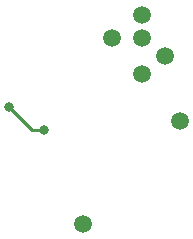
<source format=gbr>
%TF.GenerationSoftware,KiCad,Pcbnew,5.1.9+dfsg1-1*%
%TF.CreationDate,2022-06-22T08:53:18+01:00*%
%TF.ProjectId,ds_lite_clicky_d_pad,64735f6c-6974-4655-9f63-6c69636b795f,rev?*%
%TF.SameCoordinates,Original*%
%TF.FileFunction,Copper,L2,Bot*%
%TF.FilePolarity,Positive*%
%FSLAX46Y46*%
G04 Gerber Fmt 4.6, Leading zero omitted, Abs format (unit mm)*
G04 Created by KiCad (PCBNEW 5.1.9+dfsg1-1) date 2022-06-22 08:53:18*
%MOMM*%
%LPD*%
G01*
G04 APERTURE LIST*
%TA.AperFunction,ComponentPad*%
%ADD10C,1.500000*%
%TD*%
%TA.AperFunction,ViaPad*%
%ADD11C,0.800000*%
%TD*%
%TA.AperFunction,Conductor*%
%ADD12C,0.250000*%
%TD*%
G04 APERTURE END LIST*
D10*
%TO.P,TP1,1*%
%TO.N,Net-(SW1-Pad2)*%
X156575760Y-85029040D03*
%TD*%
%TO.P,TP5,1*%
%TO.N,Net-(R1-Pad1)*%
X156575760Y-87020400D03*
%TD*%
%TO.P,TP6,1*%
%TO.N,Net-(R1-Pad2)*%
X156570680Y-90037920D03*
%TD*%
%TO.P,TP4,1*%
%TO.N,Net-(SW2-Pad2)*%
X154071320Y-87020400D03*
%TD*%
%TO.P,TP3,1*%
%TO.N,Net-(SW4-Pad2)*%
X159821880Y-94040960D03*
%TD*%
%TO.P,TP2,1*%
%TO.N,Net-(SW3-Pad2)*%
X151571960Y-102788720D03*
%TD*%
%TO.P,TP7,1*%
%TO.N,Net-(TP7-Pad1)*%
X158577280Y-88534240D03*
%TD*%
D11*
%TO.N,Net-(R1-Pad2)*%
X145359120Y-92842080D03*
X148315680Y-94757240D03*
%TD*%
D12*
%TO.N,Net-(R1-Pad2)*%
X147274280Y-94757240D02*
X148315680Y-94757240D01*
X145359120Y-92842080D02*
X147274280Y-94757240D01*
%TD*%
M02*

</source>
